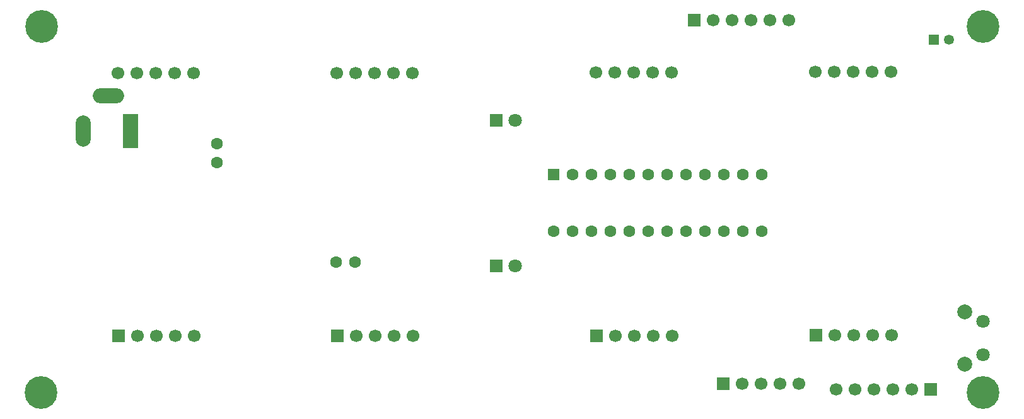
<source format=gbr>
%TF.GenerationSoftware,KiCad,Pcbnew,9.0.2*%
%TF.CreationDate,2025-06-20T14:11:32+05:30*%
%TF.ProjectId,clock,636c6f63-6b2e-46b6-9963-61645f706362,rev?*%
%TF.SameCoordinates,Original*%
%TF.FileFunction,Soldermask,Top*%
%TF.FilePolarity,Negative*%
%FSLAX46Y46*%
G04 Gerber Fmt 4.6, Leading zero omitted, Abs format (unit mm)*
G04 Created by KiCad (PCBNEW 9.0.2) date 2025-06-20 14:11:32*
%MOMM*%
%LPD*%
G01*
G04 APERTURE LIST*
G04 Aperture macros list*
%AMRoundRect*
0 Rectangle with rounded corners*
0 $1 Rounding radius*
0 $2 $3 $4 $5 $6 $7 $8 $9 X,Y pos of 4 corners*
0 Add a 4 corners polygon primitive as box body*
4,1,4,$2,$3,$4,$5,$6,$7,$8,$9,$2,$3,0*
0 Add four circle primitives for the rounded corners*
1,1,$1+$1,$2,$3*
1,1,$1+$1,$4,$5*
1,1,$1+$1,$6,$7*
1,1,$1+$1,$8,$9*
0 Add four rect primitives between the rounded corners*
20,1,$1+$1,$2,$3,$4,$5,0*
20,1,$1+$1,$4,$5,$6,$7,0*
20,1,$1+$1,$6,$7,$8,$9,0*
20,1,$1+$1,$8,$9,$2,$3,0*%
G04 Aperture macros list end*
%ADD10C,1.700000*%
%ADD11R,1.700000X1.700000*%
%ADD12R,1.350000X1.350000*%
%ADD13C,1.350000*%
%ADD14C,0.700000*%
%ADD15C,4.400000*%
%ADD16R,1.800000X1.800000*%
%ADD17C,1.800000*%
%ADD18C,2.000000*%
%ADD19RoundRect,0.250000X-0.550000X0.550000X-0.550000X-0.550000X0.550000X-0.550000X0.550000X0.550000X0*%
%ADD20C,1.600000*%
%ADD21R,2.000000X4.600000*%
%ADD22O,2.000000X4.200000*%
%ADD23O,4.200000X2.000000*%
G04 APERTURE END LIST*
D10*
%TO.C,J5*%
X145370000Y-94230000D03*
X142830000Y-94230000D03*
X140290000Y-94230000D03*
X137750000Y-94230000D03*
X135210000Y-94230000D03*
D11*
X132670000Y-94230000D03*
%TD*%
D12*
%TO.C,J4*%
X164850000Y-96800000D03*
D13*
X166850000Y-96800000D03*
%TD*%
D11*
%TO.C,J2*%
X136510000Y-143080000D03*
D10*
X139050000Y-143080000D03*
X141590000Y-143080000D03*
X144130000Y-143080000D03*
X146670000Y-143080000D03*
%TD*%
D14*
%TO.C,REF\u002A\u002A*%
X169820000Y-144260000D03*
X170303274Y-143093274D03*
X170303274Y-145426726D03*
X171470000Y-142610000D03*
D15*
X171470000Y-144260000D03*
D14*
X171470000Y-145910000D03*
X172636726Y-143093274D03*
X172636726Y-145426726D03*
X173120000Y-144260000D03*
%TD*%
D11*
%TO.C,U5*%
X149035000Y-136537500D03*
D10*
X151575000Y-136537500D03*
X154115000Y-136537500D03*
X156655000Y-136537500D03*
X159195000Y-136537500D03*
X159105000Y-101187500D03*
X156565000Y-101187500D03*
X154025000Y-101187500D03*
X151485000Y-101187500D03*
X148945000Y-101187500D03*
%TD*%
D16*
%TO.C,D2*%
X106060000Y-127250000D03*
D17*
X108600000Y-127250000D03*
%TD*%
D14*
%TO.C,REF\u002A\u002A*%
X43350000Y-95080000D03*
X43833274Y-93913274D03*
X43833274Y-96246726D03*
X45000000Y-93430000D03*
D15*
X45000000Y-95080000D03*
D14*
X45000000Y-96730000D03*
X46166726Y-93913274D03*
X46166726Y-96246726D03*
X46650000Y-95080000D03*
%TD*%
D11*
%TO.C,U1*%
X55360000Y-136632500D03*
D10*
X57900000Y-136632500D03*
X60440000Y-136632500D03*
X62980000Y-136632500D03*
X65520000Y-136632500D03*
X65430000Y-101282500D03*
X62890000Y-101282500D03*
X60350000Y-101282500D03*
X57810000Y-101282500D03*
X55270000Y-101282500D03*
%TD*%
D11*
%TO.C,U2*%
X84740000Y-136640000D03*
D10*
X87280000Y-136640000D03*
X89820000Y-136640000D03*
X92360000Y-136640000D03*
X94900000Y-136640000D03*
X94810000Y-101290000D03*
X92270000Y-101290000D03*
X89730000Y-101290000D03*
X87190000Y-101290000D03*
X84650000Y-101290000D03*
%TD*%
D16*
%TO.C,D1*%
X106100000Y-107680000D03*
D17*
X108640000Y-107680000D03*
%TD*%
D11*
%TO.C,U3*%
X119515000Y-136585000D03*
D10*
X122055000Y-136585000D03*
X124595000Y-136585000D03*
X127135000Y-136585000D03*
X129675000Y-136585000D03*
X129585000Y-101235000D03*
X127045000Y-101235000D03*
X124505000Y-101235000D03*
X121965000Y-101235000D03*
X119425000Y-101235000D03*
%TD*%
D14*
%TO.C,REF\u002A\u002A*%
X169780000Y-95040000D03*
X170263274Y-93873274D03*
X170263274Y-96206726D03*
X171430000Y-93390000D03*
D15*
X171430000Y-95040000D03*
D14*
X171430000Y-96690000D03*
X172596726Y-93873274D03*
X172596726Y-96206726D03*
X173080000Y-95040000D03*
%TD*%
%TO.C,REF\u002A\u002A*%
X43263274Y-144226726D03*
X43746548Y-143060000D03*
X43746548Y-145393452D03*
X44913274Y-142576726D03*
D15*
X44913274Y-144226726D03*
D14*
X44913274Y-145876726D03*
X46080000Y-143060000D03*
X46080000Y-145393452D03*
X46563274Y-144226726D03*
%TD*%
D11*
%TO.C,J3*%
X164400000Y-143800000D03*
D10*
X161860000Y-143800000D03*
X159320000Y-143800000D03*
X156780000Y-143800000D03*
X154240000Y-143800000D03*
X151700000Y-143800000D03*
%TD*%
D17*
%TO.C,SW1*%
X171450000Y-134650000D03*
X171450000Y-139150000D03*
D18*
X168950000Y-133400000D03*
X168950000Y-140400000D03*
%TD*%
D19*
%TO.C,U6*%
X113750000Y-114950000D03*
D20*
X116290000Y-114950000D03*
X118830000Y-114950000D03*
X121370000Y-114950000D03*
X123910000Y-114950000D03*
X126450000Y-114950000D03*
X128990000Y-114950000D03*
X131530000Y-114950000D03*
X134070000Y-114950000D03*
X136610000Y-114950000D03*
X139150000Y-114950000D03*
X141690000Y-114950000D03*
X141690000Y-122570000D03*
X139150000Y-122570000D03*
X136610000Y-122570000D03*
X134070000Y-122570000D03*
X131530000Y-122570000D03*
X128990000Y-122570000D03*
X126450000Y-122570000D03*
X123910000Y-122570000D03*
X121370000Y-122570000D03*
X118830000Y-122570000D03*
X116290000Y-122570000D03*
X113750000Y-122570000D03*
%TD*%
%TO.C,C3*%
X68590000Y-113327500D03*
X68590000Y-110827500D03*
%TD*%
D21*
%TO.C,J1*%
X56940000Y-109150000D03*
D22*
X50640000Y-109150000D03*
D23*
X54040000Y-104350000D03*
%TD*%
D20*
%TO.C,C9*%
X87100000Y-126700000D03*
X84600000Y-126700000D03*
%TD*%
M02*

</source>
